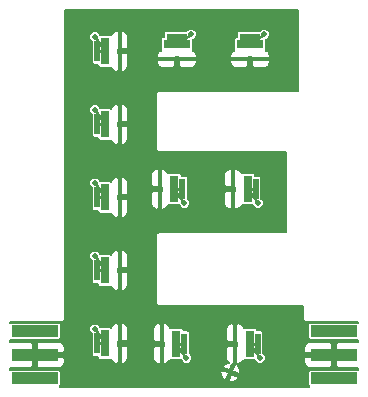
<source format=gtl>
G04 #@! TF.FileFunction,Copper,L1,Top,Signal*
%FSLAX46Y46*%
G04 Gerber Fmt 4.6, Leading zero omitted, Abs format (unit mm)*
G04 Created by KiCad (PCBNEW 4.0.0-rc2-stable) date 3/3/2016 3:43:28 PM*
%MOMM*%
G01*
G04 APERTURE LIST*
%ADD10C,0.150000*%
%ADD11R,1.800000X0.500000*%
%ADD12R,2.300000X0.320000*%
%ADD13R,2.300000X0.800000*%
%ADD14C,0.500000*%
%ADD15R,0.500000X1.800000*%
%ADD16R,0.320000X2.300000*%
%ADD17R,0.800000X2.300000*%
%ADD18R,4.000000X1.000000*%
%ADD19C,0.600000*%
%ADD20C,0.254000*%
%ADD21C,0.152400*%
G04 APERTURE END LIST*
D10*
D11*
X67258100Y-21250349D03*
D12*
X67258100Y-23150349D03*
D13*
X67258100Y-21900349D03*
D14*
X68458100Y-21050349D03*
D11*
X61074165Y-21250349D03*
D12*
X61074165Y-23150349D03*
D13*
X61074165Y-21900349D03*
D14*
X62274165Y-21050349D03*
D15*
X54323350Y-22485806D03*
D16*
X56223350Y-22485806D03*
D17*
X54973350Y-22485806D03*
D14*
X54123350Y-21285806D03*
D15*
X54323350Y-28670439D03*
D16*
X56223350Y-28670439D03*
D17*
X54973350Y-28670439D03*
D14*
X54123350Y-27470439D03*
D15*
X54323350Y-34855072D03*
D16*
X56223350Y-34855072D03*
D17*
X54973350Y-34855072D03*
D14*
X54123350Y-33655072D03*
D15*
X54323350Y-41039710D03*
D16*
X56223350Y-41039710D03*
D17*
X54973350Y-41039710D03*
D14*
X54123350Y-39839710D03*
D15*
X54323350Y-47224346D03*
D16*
X56223350Y-47224346D03*
D17*
X54973350Y-47224346D03*
D14*
X54123350Y-46024346D03*
D15*
X67730470Y-34150402D03*
D16*
X65830470Y-34150402D03*
D17*
X67080470Y-34150402D03*
D14*
X67930470Y-35350402D03*
D15*
X61510577Y-34150402D03*
D16*
X59610577Y-34150402D03*
D17*
X60860577Y-34150402D03*
D14*
X61710577Y-35350402D03*
D15*
X67896640Y-47261528D03*
D16*
X65996640Y-47261528D03*
D17*
X67246640Y-47261528D03*
D14*
X68096640Y-48461528D03*
D15*
X61677817Y-47261528D03*
D16*
X59777817Y-47261528D03*
D17*
X61027817Y-47261528D03*
D14*
X61877817Y-48461528D03*
D18*
X74383090Y-50192200D03*
X74383090Y-48192200D03*
X74383090Y-46192200D03*
D19*
X73383090Y-50192200D03*
X73383090Y-48192200D03*
X73383090Y-46192200D03*
D18*
X49020840Y-46192200D03*
X49020840Y-48192200D03*
X49020840Y-50192200D03*
D19*
X50020840Y-46192200D03*
X50020840Y-48192200D03*
X50020840Y-50192200D03*
D14*
X65602474Y-49661955D03*
D20*
X67260000Y-21250000D02*
X67260000Y-21900000D01*
X67260000Y-21250000D02*
X67260000Y-21900000D01*
X67260000Y-21250000D02*
X67260000Y-21900000D01*
X67260000Y-21250000D02*
X67260000Y-21900000D01*
X67260000Y-21250000D02*
X67260000Y-21900000D01*
X67260000Y-21250000D02*
X67260000Y-21900000D01*
X67260000Y-21250000D02*
X67260000Y-21900000D01*
X67260000Y-21250000D02*
X67260000Y-21900000D01*
X67260000Y-21250000D02*
X67260000Y-21900000D01*
X67260000Y-21900000D02*
X68460000Y-21050000D01*
X67260000Y-21900000D02*
X68460000Y-21050000D01*
X67260000Y-21900000D02*
X68460000Y-21050000D01*
X67260000Y-21900000D02*
X68460000Y-21050000D01*
X67260000Y-21900000D02*
X68460000Y-21050000D01*
X67260000Y-21900000D02*
X68460000Y-21050000D01*
X67260000Y-21900000D02*
X68460000Y-21050000D01*
X67260000Y-21900000D02*
X68460000Y-21050000D01*
X67260000Y-21900000D02*
X68460000Y-21050000D01*
X61070000Y-21250000D02*
X61070000Y-21900000D01*
X61070000Y-21250000D02*
X61070000Y-21900000D01*
X61070000Y-21250000D02*
X61070000Y-21900000D01*
X61070000Y-21250000D02*
X61070000Y-21900000D01*
X61070000Y-21250000D02*
X61070000Y-21900000D01*
X61070000Y-21250000D02*
X61070000Y-21900000D01*
X61070000Y-21250000D02*
X61070000Y-21900000D01*
X61070000Y-21250000D02*
X61070000Y-21900000D01*
X61070000Y-21250000D02*
X61070000Y-21900000D01*
X61070000Y-21900000D02*
X62270000Y-21050000D01*
X61070000Y-21900000D02*
X62270000Y-21050000D01*
X61070000Y-21900000D02*
X62270000Y-21050000D01*
X61070000Y-21900000D02*
X62270000Y-21050000D01*
X61070000Y-21900000D02*
X62270000Y-21050000D01*
X61070000Y-21900000D02*
X62270000Y-21050000D01*
X61070000Y-21900000D02*
X62270000Y-21050000D01*
X61070000Y-21900000D02*
X62270000Y-21050000D01*
X61070000Y-21900000D02*
X62270000Y-21050000D01*
X54320000Y-22490000D02*
X54970000Y-22490000D01*
X54320000Y-22490000D02*
X54970000Y-22490000D01*
X54320000Y-22490000D02*
X54970000Y-22490000D01*
X54320000Y-22490000D02*
X54970000Y-22490000D01*
X54320000Y-22490000D02*
X54970000Y-22490000D01*
X54320000Y-22490000D02*
X54970000Y-22490000D01*
X54320000Y-22490000D02*
X54970000Y-22490000D01*
X54320000Y-22490000D02*
X54970000Y-22490000D01*
X54320000Y-22490000D02*
X54970000Y-22490000D01*
X54970000Y-22490000D02*
X54120000Y-21290000D01*
X54970000Y-22490000D02*
X54120000Y-21290000D01*
X54970000Y-22490000D02*
X54120000Y-21290000D01*
X54970000Y-22490000D02*
X54120000Y-21290000D01*
X54970000Y-22490000D02*
X54120000Y-21290000D01*
X54970000Y-22490000D02*
X54120000Y-21290000D01*
X54970000Y-22490000D02*
X54120000Y-21290000D01*
X54970000Y-22490000D02*
X54120000Y-21290000D01*
X54970000Y-22490000D02*
X54120000Y-21290000D01*
X54320000Y-28670000D02*
X54970000Y-28670000D01*
X54320000Y-28670000D02*
X54970000Y-28670000D01*
X54320000Y-28670000D02*
X54970000Y-28670000D01*
X54320000Y-28670000D02*
X54970000Y-28670000D01*
X54320000Y-28670000D02*
X54970000Y-28670000D01*
X54320000Y-28670000D02*
X54970000Y-28670000D01*
X54320000Y-28670000D02*
X54970000Y-28670000D01*
X54320000Y-28670000D02*
X54970000Y-28670000D01*
X54320000Y-28670000D02*
X54970000Y-28670000D01*
X54970000Y-28670000D02*
X54120000Y-27470000D01*
X54970000Y-28670000D02*
X54120000Y-27470000D01*
X54970000Y-28670000D02*
X54120000Y-27470000D01*
X54970000Y-28670000D02*
X54120000Y-27470000D01*
X54970000Y-28670000D02*
X54120000Y-27470000D01*
X54970000Y-28670000D02*
X54120000Y-27470000D01*
X54970000Y-28670000D02*
X54120000Y-27470000D01*
X54970000Y-28670000D02*
X54120000Y-27470000D01*
X54970000Y-28670000D02*
X54120000Y-27470000D01*
X54320000Y-34860000D02*
X54970000Y-34860000D01*
X54320000Y-34860000D02*
X54970000Y-34860000D01*
X54320000Y-34860000D02*
X54970000Y-34860000D01*
X54320000Y-34860000D02*
X54970000Y-34860000D01*
X54320000Y-34860000D02*
X54970000Y-34860000D01*
X54320000Y-34860000D02*
X54970000Y-34860000D01*
X54320000Y-34860000D02*
X54970000Y-34860000D01*
X54320000Y-34860000D02*
X54970000Y-34860000D01*
X54320000Y-34860000D02*
X54970000Y-34860000D01*
X54970000Y-34860000D02*
X54120000Y-33660000D01*
X54970000Y-34860000D02*
X54120000Y-33660000D01*
X54970000Y-34860000D02*
X54120000Y-33660000D01*
X54970000Y-34860000D02*
X54120000Y-33660000D01*
X54970000Y-34860000D02*
X54120000Y-33660000D01*
X54970000Y-34860000D02*
X54120000Y-33660000D01*
X54970000Y-34860000D02*
X54120000Y-33660000D01*
X54970000Y-34860000D02*
X54120000Y-33660000D01*
X54970000Y-34860000D02*
X54120000Y-33660000D01*
X54320000Y-41040000D02*
X54970000Y-41040000D01*
X54320000Y-41040000D02*
X54970000Y-41040000D01*
X54320000Y-41040000D02*
X54970000Y-41040000D01*
X54320000Y-41040000D02*
X54970000Y-41040000D01*
X54320000Y-41040000D02*
X54970000Y-41040000D01*
X54320000Y-41040000D02*
X54970000Y-41040000D01*
X54320000Y-41040000D02*
X54970000Y-41040000D01*
X54320000Y-41040000D02*
X54970000Y-41040000D01*
X54320000Y-41040000D02*
X54970000Y-41040000D01*
X54970000Y-41040000D02*
X54120000Y-39840000D01*
X54970000Y-41040000D02*
X54120000Y-39840000D01*
X54970000Y-41040000D02*
X54120000Y-39840000D01*
X54970000Y-41040000D02*
X54120000Y-39840000D01*
X54970000Y-41040000D02*
X54120000Y-39840000D01*
X54970000Y-41040000D02*
X54120000Y-39840000D01*
X54970000Y-41040000D02*
X54120000Y-39840000D01*
X54970000Y-41040000D02*
X54120000Y-39840000D01*
X54970000Y-41040000D02*
X54120000Y-39840000D01*
X54320000Y-47220000D02*
X54970000Y-47220000D01*
X54320000Y-47220000D02*
X54970000Y-47220000D01*
X54320000Y-47220000D02*
X54970000Y-47220000D01*
X54320000Y-47220000D02*
X54970000Y-47220000D01*
X54320000Y-47220000D02*
X54970000Y-47220000D01*
X54320000Y-47220000D02*
X54970000Y-47220000D01*
X54320000Y-47220000D02*
X54970000Y-47220000D01*
X54320000Y-47220000D02*
X54970000Y-47220000D01*
X54320000Y-47220000D02*
X54970000Y-47220000D01*
X54970000Y-47220000D02*
X54120000Y-46020000D01*
X54970000Y-47220000D02*
X54120000Y-46020000D01*
X54970000Y-47220000D02*
X54120000Y-46020000D01*
X54970000Y-47220000D02*
X54120000Y-46020000D01*
X54970000Y-47220000D02*
X54120000Y-46020000D01*
X54970000Y-47220000D02*
X54120000Y-46020000D01*
X54970000Y-47220000D02*
X54120000Y-46020000D01*
X54970000Y-47220000D02*
X54120000Y-46020000D01*
X54970000Y-47220000D02*
X54120000Y-46020000D01*
X67730000Y-34150000D02*
X67080000Y-34150000D01*
X67730000Y-34150000D02*
X67080000Y-34150000D01*
X67730000Y-34150000D02*
X67080000Y-34150000D01*
X67730000Y-34150000D02*
X67080000Y-34150000D01*
X67730000Y-34150000D02*
X67080000Y-34150000D01*
X67730000Y-34150000D02*
X67080000Y-34150000D01*
X67730000Y-34150000D02*
X67080000Y-34150000D01*
X67730000Y-34150000D02*
X67080000Y-34150000D01*
X67730000Y-34150000D02*
X67080000Y-34150000D01*
X67080000Y-34150000D02*
X67930000Y-35350000D01*
X67080000Y-34150000D02*
X67930000Y-35350000D01*
X67080000Y-34150000D02*
X67930000Y-35350000D01*
X67080000Y-34150000D02*
X67930000Y-35350000D01*
X67080000Y-34150000D02*
X67930000Y-35350000D01*
X67080000Y-34150000D02*
X67930000Y-35350000D01*
X67080000Y-34150000D02*
X67930000Y-35350000D01*
X67080000Y-34150000D02*
X67930000Y-35350000D01*
X67080000Y-34150000D02*
X67930000Y-35350000D01*
X61510000Y-34150000D02*
X60860000Y-34150000D01*
X61510000Y-34150000D02*
X60860000Y-34150000D01*
X61510000Y-34150000D02*
X60860000Y-34150000D01*
X61510000Y-34150000D02*
X60860000Y-34150000D01*
X61510000Y-34150000D02*
X60860000Y-34150000D01*
X61510000Y-34150000D02*
X60860000Y-34150000D01*
X61510000Y-34150000D02*
X60860000Y-34150000D01*
X61510000Y-34150000D02*
X60860000Y-34150000D01*
X61510000Y-34150000D02*
X60860000Y-34150000D01*
X60860000Y-34150000D02*
X61710000Y-35350000D01*
X60860000Y-34150000D02*
X61710000Y-35350000D01*
X60860000Y-34150000D02*
X61710000Y-35350000D01*
X60860000Y-34150000D02*
X61710000Y-35350000D01*
X60860000Y-34150000D02*
X61710000Y-35350000D01*
X60860000Y-34150000D02*
X61710000Y-35350000D01*
X60860000Y-34150000D02*
X61710000Y-35350000D01*
X60860000Y-34150000D02*
X61710000Y-35350000D01*
X60860000Y-34150000D02*
X61710000Y-35350000D01*
X67900000Y-47260000D02*
X67250000Y-47260000D01*
X67900000Y-47260000D02*
X67250000Y-47260000D01*
X67900000Y-47260000D02*
X67250000Y-47260000D01*
X67900000Y-47260000D02*
X67250000Y-47260000D01*
X67900000Y-47260000D02*
X67250000Y-47260000D01*
X67900000Y-47260000D02*
X67250000Y-47260000D01*
X67900000Y-47260000D02*
X67250000Y-47260000D01*
X67900000Y-47260000D02*
X67250000Y-47260000D01*
X67900000Y-47260000D02*
X67250000Y-47260000D01*
X67250000Y-47260000D02*
X68100000Y-48460000D01*
X67250000Y-47260000D02*
X68100000Y-48460000D01*
X67250000Y-47260000D02*
X68100000Y-48460000D01*
X67250000Y-47260000D02*
X68100000Y-48460000D01*
X67250000Y-47260000D02*
X68100000Y-48460000D01*
X67250000Y-47260000D02*
X68100000Y-48460000D01*
X67250000Y-47260000D02*
X68100000Y-48460000D01*
X67250000Y-47260000D02*
X68100000Y-48460000D01*
X67250000Y-47260000D02*
X68100000Y-48460000D01*
X61680000Y-47260000D02*
X61030000Y-47260000D01*
X61680000Y-47260000D02*
X61030000Y-47260000D01*
X61680000Y-47260000D02*
X61030000Y-47260000D01*
X61680000Y-47260000D02*
X61030000Y-47260000D01*
X61680000Y-47260000D02*
X61030000Y-47260000D01*
X61680000Y-47260000D02*
X61030000Y-47260000D01*
X61680000Y-47260000D02*
X61030000Y-47260000D01*
X61680000Y-47260000D02*
X61030000Y-47260000D01*
X61680000Y-47260000D02*
X61030000Y-47260000D01*
X61030000Y-47260000D02*
X61880000Y-48460000D01*
X61030000Y-47260000D02*
X61880000Y-48460000D01*
X61030000Y-47260000D02*
X61880000Y-48460000D01*
X61030000Y-47260000D02*
X61880000Y-48460000D01*
X61030000Y-47260000D02*
X61880000Y-48460000D01*
X61030000Y-47260000D02*
X61880000Y-48460000D01*
X61030000Y-47260000D02*
X61880000Y-48460000D01*
X61030000Y-47260000D02*
X61880000Y-48460000D01*
X61030000Y-47260000D02*
X61880000Y-48460000D01*
D21*
G36*
X71301400Y-25861400D02*
X59580000Y-25861400D01*
X59473384Y-25882607D01*
X59383000Y-25943000D01*
X59322607Y-26033384D01*
X59301400Y-26140000D01*
X59301400Y-30720000D01*
X59322607Y-30826616D01*
X59383000Y-30917000D01*
X59473384Y-30977393D01*
X59580000Y-30998600D01*
X70331400Y-30998600D01*
X70331400Y-37811400D01*
X59580000Y-37811400D01*
X59473384Y-37832607D01*
X59383000Y-37893000D01*
X59322607Y-37983384D01*
X59301400Y-38090000D01*
X59301400Y-43790000D01*
X59322607Y-43896616D01*
X59383000Y-43987000D01*
X59473384Y-44047393D01*
X59580000Y-44068600D01*
X71721400Y-44068600D01*
X71721400Y-45150000D01*
X71742607Y-45256616D01*
X71803000Y-45347000D01*
X71893384Y-45407393D01*
X72000000Y-45428600D01*
X76421400Y-45428600D01*
X76421400Y-45466880D01*
X76383090Y-45459122D01*
X72383090Y-45459122D01*
X72298376Y-45475062D01*
X72220572Y-45525128D01*
X72168375Y-45601520D01*
X72150012Y-45692200D01*
X72150012Y-46692200D01*
X72165952Y-46776914D01*
X72216018Y-46854718D01*
X72292410Y-46906915D01*
X72383090Y-46925278D01*
X76383090Y-46925278D01*
X76421400Y-46918069D01*
X76421400Y-47108000D01*
X74706940Y-47108000D01*
X74560890Y-47254050D01*
X74560890Y-48014400D01*
X74580890Y-48014400D01*
X74580890Y-48370000D01*
X74560890Y-48370000D01*
X74560890Y-49130350D01*
X74706940Y-49276400D01*
X76421400Y-49276400D01*
X76421400Y-49466880D01*
X76383090Y-49459122D01*
X72383090Y-49459122D01*
X72298376Y-49475062D01*
X72220572Y-49525128D01*
X72168375Y-49601520D01*
X72150012Y-49692200D01*
X72150012Y-50692200D01*
X72165952Y-50776914D01*
X72216018Y-50854718D01*
X72240433Y-50871400D01*
X72000000Y-50871400D01*
X71949726Y-50881400D01*
X51380274Y-50881400D01*
X51330000Y-50871400D01*
X51164511Y-50871400D01*
X51183358Y-50859272D01*
X51235555Y-50782880D01*
X51253918Y-50692200D01*
X51253918Y-50351611D01*
X65458652Y-50351611D01*
X65535017Y-50509820D01*
X65864616Y-50471095D01*
X66154306Y-50309185D01*
X66259236Y-50202407D01*
X66198479Y-50037573D01*
X65671546Y-49824679D01*
X65458652Y-50351611D01*
X51253918Y-50351611D01*
X51253918Y-49692200D01*
X51237978Y-49607486D01*
X51229621Y-49594498D01*
X64754609Y-49594498D01*
X64793334Y-49924097D01*
X64955244Y-50213787D01*
X65062022Y-50318717D01*
X65226856Y-50257960D01*
X65439750Y-49731027D01*
X65097832Y-49592883D01*
X65765198Y-49592883D01*
X66292130Y-49805777D01*
X66450339Y-49729412D01*
X66411614Y-49399813D01*
X66249704Y-49110123D01*
X66142926Y-49005193D01*
X65978092Y-49065950D01*
X65765198Y-49592883D01*
X65097832Y-49592883D01*
X64912818Y-49518133D01*
X64754609Y-49594498D01*
X51229621Y-49594498D01*
X51187912Y-49529682D01*
X51111520Y-49477485D01*
X51020840Y-49459122D01*
X47020840Y-49459122D01*
X46936126Y-49475062D01*
X46908600Y-49492775D01*
X46908600Y-49276400D01*
X48696990Y-49276400D01*
X48843040Y-49130350D01*
X48843040Y-48370000D01*
X48823040Y-48370000D01*
X48823040Y-48130533D01*
X49121428Y-48130533D01*
X49166293Y-48479417D01*
X49198640Y-48557510D01*
X49198640Y-49130350D01*
X49344690Y-49276400D01*
X51137044Y-49276400D01*
X51351762Y-49187461D01*
X51417720Y-49121503D01*
X64945712Y-49121503D01*
X65006469Y-49286337D01*
X65533402Y-49499231D01*
X65736830Y-48995728D01*
X65770590Y-48995728D01*
X65916640Y-48849678D01*
X65916640Y-47439328D01*
X65398490Y-47439328D01*
X65252440Y-47585378D01*
X65252440Y-48527732D01*
X65341379Y-48742450D01*
X65440030Y-48841101D01*
X65340332Y-48852815D01*
X65050642Y-49014725D01*
X64945712Y-49121503D01*
X51417720Y-49121503D01*
X51516101Y-49023123D01*
X51605040Y-48808405D01*
X51605040Y-48516050D01*
X51458990Y-48370000D01*
X50888760Y-48370000D01*
X50920252Y-48253867D01*
X50889458Y-48014400D01*
X51458990Y-48014400D01*
X51605040Y-47868350D01*
X51605040Y-47575995D01*
X51516101Y-47361277D01*
X51351762Y-47196939D01*
X51137044Y-47108000D01*
X49344690Y-47108000D01*
X49198640Y-47254050D01*
X49198640Y-47845802D01*
X49121428Y-48130533D01*
X48823040Y-48130533D01*
X48823040Y-48014400D01*
X48843040Y-48014400D01*
X48843040Y-47254050D01*
X48696990Y-47108000D01*
X46908600Y-47108000D01*
X46908600Y-46892184D01*
X46930160Y-46906915D01*
X47020840Y-46925278D01*
X51020840Y-46925278D01*
X51105554Y-46909338D01*
X51183358Y-46859272D01*
X51235555Y-46782880D01*
X51253918Y-46692200D01*
X51253918Y-46119128D01*
X53644667Y-46119128D01*
X53717376Y-46295097D01*
X53840272Y-46418207D01*
X53840272Y-48124346D01*
X53856212Y-48209060D01*
X53906278Y-48286864D01*
X53982670Y-48339061D01*
X54073350Y-48357424D01*
X54340272Y-48357424D01*
X54340272Y-48374346D01*
X54356212Y-48459060D01*
X54406278Y-48536864D01*
X54482670Y-48589061D01*
X54573350Y-48607424D01*
X55373350Y-48607424D01*
X55458064Y-48591484D01*
X55507722Y-48559529D01*
X55568089Y-48705268D01*
X55732427Y-48869607D01*
X55947145Y-48958546D01*
X55997300Y-48958546D01*
X56143350Y-48812496D01*
X56143350Y-47402146D01*
X56303350Y-47402146D01*
X56303350Y-48812496D01*
X56449400Y-48958546D01*
X56499555Y-48958546D01*
X56714273Y-48869607D01*
X56878611Y-48705268D01*
X56967550Y-48490550D01*
X56967550Y-47585378D01*
X59033617Y-47585378D01*
X59033617Y-48527732D01*
X59122556Y-48742450D01*
X59286894Y-48906789D01*
X59501612Y-48995728D01*
X59551767Y-48995728D01*
X59697817Y-48849678D01*
X59697817Y-47439328D01*
X59179667Y-47439328D01*
X59033617Y-47585378D01*
X56967550Y-47585378D01*
X56967550Y-47548196D01*
X56821500Y-47402146D01*
X56303350Y-47402146D01*
X56143350Y-47402146D01*
X56063350Y-47402146D01*
X56063350Y-47046546D01*
X56143350Y-47046546D01*
X56143350Y-45636196D01*
X56303350Y-45636196D01*
X56303350Y-47046546D01*
X56821500Y-47046546D01*
X56967550Y-46900496D01*
X56967550Y-45995324D01*
X59033617Y-45995324D01*
X59033617Y-46937678D01*
X59179667Y-47083728D01*
X59697817Y-47083728D01*
X59697817Y-45673378D01*
X59857817Y-45673378D01*
X59857817Y-47083728D01*
X59937817Y-47083728D01*
X59937817Y-47439328D01*
X59857817Y-47439328D01*
X59857817Y-48849678D01*
X60003867Y-48995728D01*
X60054022Y-48995728D01*
X60268740Y-48906789D01*
X60433078Y-48742450D01*
X60493549Y-48596460D01*
X60537137Y-48626243D01*
X60627817Y-48644606D01*
X61427817Y-48644606D01*
X61435055Y-48643244D01*
X61471843Y-48732279D01*
X61606358Y-48867028D01*
X61782200Y-48940044D01*
X61972599Y-48940211D01*
X62148568Y-48867502D01*
X62283317Y-48732987D01*
X62356333Y-48557145D01*
X62356500Y-48366746D01*
X62283791Y-48190777D01*
X62160895Y-48067667D01*
X62160895Y-46361528D01*
X62144955Y-46276814D01*
X62094889Y-46199010D01*
X62018497Y-46146813D01*
X61927817Y-46128450D01*
X61660895Y-46128450D01*
X61660895Y-46111528D01*
X61644955Y-46026814D01*
X61624692Y-45995324D01*
X65252440Y-45995324D01*
X65252440Y-46937678D01*
X65398490Y-47083728D01*
X65916640Y-47083728D01*
X65916640Y-45673378D01*
X66076640Y-45673378D01*
X66076640Y-47083728D01*
X66156640Y-47083728D01*
X66156640Y-47439328D01*
X66076640Y-47439328D01*
X66076640Y-48849678D01*
X66222690Y-48995728D01*
X66272845Y-48995728D01*
X66487563Y-48906789D01*
X66651901Y-48742450D01*
X66712372Y-48596460D01*
X66755960Y-48626243D01*
X66846640Y-48644606D01*
X67646640Y-48644606D01*
X67653878Y-48643244D01*
X67690666Y-48732279D01*
X67825181Y-48867028D01*
X68001023Y-48940044D01*
X68191422Y-48940211D01*
X68367391Y-48867502D01*
X68502140Y-48732987D01*
X68575156Y-48557145D01*
X68575323Y-48366746D01*
X68502614Y-48190777D01*
X68379718Y-48067667D01*
X68379718Y-47575995D01*
X71798890Y-47575995D01*
X71798890Y-47868350D01*
X71944940Y-48014400D01*
X72515170Y-48014400D01*
X72483678Y-48130533D01*
X72514472Y-48370000D01*
X71944940Y-48370000D01*
X71798890Y-48516050D01*
X71798890Y-48808405D01*
X71887829Y-49023123D01*
X72052168Y-49187461D01*
X72266886Y-49276400D01*
X74059240Y-49276400D01*
X74205290Y-49130350D01*
X74205290Y-48538598D01*
X74282502Y-48253867D01*
X74237637Y-47904983D01*
X74205290Y-47826890D01*
X74205290Y-47254050D01*
X74059240Y-47108000D01*
X72266886Y-47108000D01*
X72052168Y-47196939D01*
X71887829Y-47361277D01*
X71798890Y-47575995D01*
X68379718Y-47575995D01*
X68379718Y-46361528D01*
X68363778Y-46276814D01*
X68313712Y-46199010D01*
X68237320Y-46146813D01*
X68146640Y-46128450D01*
X67879718Y-46128450D01*
X67879718Y-46111528D01*
X67863778Y-46026814D01*
X67813712Y-45949010D01*
X67737320Y-45896813D01*
X67646640Y-45878450D01*
X66846640Y-45878450D01*
X66761926Y-45894390D01*
X66712268Y-45926345D01*
X66651901Y-45780606D01*
X66487563Y-45616267D01*
X66272845Y-45527328D01*
X66222690Y-45527328D01*
X66076640Y-45673378D01*
X65916640Y-45673378D01*
X65770590Y-45527328D01*
X65720435Y-45527328D01*
X65505717Y-45616267D01*
X65341379Y-45780606D01*
X65252440Y-45995324D01*
X61624692Y-45995324D01*
X61594889Y-45949010D01*
X61518497Y-45896813D01*
X61427817Y-45878450D01*
X60627817Y-45878450D01*
X60543103Y-45894390D01*
X60493445Y-45926345D01*
X60433078Y-45780606D01*
X60268740Y-45616267D01*
X60054022Y-45527328D01*
X60003867Y-45527328D01*
X59857817Y-45673378D01*
X59697817Y-45673378D01*
X59551767Y-45527328D01*
X59501612Y-45527328D01*
X59286894Y-45616267D01*
X59122556Y-45780606D01*
X59033617Y-45995324D01*
X56967550Y-45995324D01*
X56967550Y-45958142D01*
X56878611Y-45743424D01*
X56714273Y-45579085D01*
X56499555Y-45490146D01*
X56449400Y-45490146D01*
X56303350Y-45636196D01*
X56143350Y-45636196D01*
X55997300Y-45490146D01*
X55947145Y-45490146D01*
X55732427Y-45579085D01*
X55568089Y-45743424D01*
X55507618Y-45889414D01*
X55464030Y-45859631D01*
X55373350Y-45841268D01*
X54573350Y-45841268D01*
X54566112Y-45842630D01*
X54529324Y-45753595D01*
X54394809Y-45618846D01*
X54218967Y-45545830D01*
X54028568Y-45545663D01*
X53852599Y-45618372D01*
X53717850Y-45752887D01*
X53644834Y-45928729D01*
X53644667Y-46119128D01*
X51253918Y-46119128D01*
X51253918Y-45692200D01*
X51237978Y-45607486D01*
X51187912Y-45529682D01*
X51111520Y-45477485D01*
X51020840Y-45459122D01*
X47020840Y-45459122D01*
X46936126Y-45475062D01*
X46908600Y-45492775D01*
X46908600Y-45428600D01*
X51330000Y-45428600D01*
X51436616Y-45407393D01*
X51527000Y-45347000D01*
X51587393Y-45256616D01*
X51608600Y-45150000D01*
X51608600Y-39934492D01*
X53644667Y-39934492D01*
X53717376Y-40110461D01*
X53840272Y-40233571D01*
X53840272Y-41939710D01*
X53856212Y-42024424D01*
X53906278Y-42102228D01*
X53982670Y-42154425D01*
X54073350Y-42172788D01*
X54340272Y-42172788D01*
X54340272Y-42189710D01*
X54356212Y-42274424D01*
X54406278Y-42352228D01*
X54482670Y-42404425D01*
X54573350Y-42422788D01*
X55373350Y-42422788D01*
X55458064Y-42406848D01*
X55507722Y-42374893D01*
X55568089Y-42520632D01*
X55732427Y-42684971D01*
X55947145Y-42773910D01*
X55997300Y-42773910D01*
X56143350Y-42627860D01*
X56143350Y-41217510D01*
X56303350Y-41217510D01*
X56303350Y-42627860D01*
X56449400Y-42773910D01*
X56499555Y-42773910D01*
X56714273Y-42684971D01*
X56878611Y-42520632D01*
X56967550Y-42305914D01*
X56967550Y-41363560D01*
X56821500Y-41217510D01*
X56303350Y-41217510D01*
X56143350Y-41217510D01*
X56063350Y-41217510D01*
X56063350Y-40861910D01*
X56143350Y-40861910D01*
X56143350Y-39451560D01*
X56303350Y-39451560D01*
X56303350Y-40861910D01*
X56821500Y-40861910D01*
X56967550Y-40715860D01*
X56967550Y-39773506D01*
X56878611Y-39558788D01*
X56714273Y-39394449D01*
X56499555Y-39305510D01*
X56449400Y-39305510D01*
X56303350Y-39451560D01*
X56143350Y-39451560D01*
X55997300Y-39305510D01*
X55947145Y-39305510D01*
X55732427Y-39394449D01*
X55568089Y-39558788D01*
X55507618Y-39704778D01*
X55464030Y-39674995D01*
X55373350Y-39656632D01*
X54573350Y-39656632D01*
X54566112Y-39657994D01*
X54529324Y-39568959D01*
X54394809Y-39434210D01*
X54218967Y-39361194D01*
X54028568Y-39361027D01*
X53852599Y-39433736D01*
X53717850Y-39568251D01*
X53644834Y-39744093D01*
X53644667Y-39934492D01*
X51608600Y-39934492D01*
X51608600Y-33749854D01*
X53644667Y-33749854D01*
X53717376Y-33925823D01*
X53840272Y-34048933D01*
X53840272Y-35755072D01*
X53856212Y-35839786D01*
X53906278Y-35917590D01*
X53982670Y-35969787D01*
X54073350Y-35988150D01*
X54340272Y-35988150D01*
X54340272Y-36005072D01*
X54356212Y-36089786D01*
X54406278Y-36167590D01*
X54482670Y-36219787D01*
X54573350Y-36238150D01*
X55373350Y-36238150D01*
X55458064Y-36222210D01*
X55507722Y-36190255D01*
X55568089Y-36335994D01*
X55732427Y-36500333D01*
X55947145Y-36589272D01*
X55997300Y-36589272D01*
X56143350Y-36443222D01*
X56143350Y-35032872D01*
X56303350Y-35032872D01*
X56303350Y-36443222D01*
X56449400Y-36589272D01*
X56499555Y-36589272D01*
X56714273Y-36500333D01*
X56878611Y-36335994D01*
X56967550Y-36121276D01*
X56967550Y-35178922D01*
X56821500Y-35032872D01*
X56303350Y-35032872D01*
X56143350Y-35032872D01*
X56063350Y-35032872D01*
X56063350Y-34677272D01*
X56143350Y-34677272D01*
X56143350Y-33266922D01*
X56303350Y-33266922D01*
X56303350Y-34677272D01*
X56821500Y-34677272D01*
X56967550Y-34531222D01*
X56967550Y-34474252D01*
X58866377Y-34474252D01*
X58866377Y-35416606D01*
X58955316Y-35631324D01*
X59119654Y-35795663D01*
X59334372Y-35884602D01*
X59384527Y-35884602D01*
X59530577Y-35738552D01*
X59530577Y-34328202D01*
X59012427Y-34328202D01*
X58866377Y-34474252D01*
X56967550Y-34474252D01*
X56967550Y-33588868D01*
X56878611Y-33374150D01*
X56714273Y-33209811D01*
X56499555Y-33120872D01*
X56449400Y-33120872D01*
X56303350Y-33266922D01*
X56143350Y-33266922D01*
X55997300Y-33120872D01*
X55947145Y-33120872D01*
X55732427Y-33209811D01*
X55568089Y-33374150D01*
X55507618Y-33520140D01*
X55464030Y-33490357D01*
X55373350Y-33471994D01*
X54573350Y-33471994D01*
X54566112Y-33473356D01*
X54529324Y-33384321D01*
X54394809Y-33249572D01*
X54218967Y-33176556D01*
X54028568Y-33176389D01*
X53852599Y-33249098D01*
X53717850Y-33383613D01*
X53644834Y-33559455D01*
X53644667Y-33749854D01*
X51608600Y-33749854D01*
X51608600Y-32884198D01*
X58866377Y-32884198D01*
X58866377Y-33826552D01*
X59012427Y-33972602D01*
X59530577Y-33972602D01*
X59530577Y-32562252D01*
X59690577Y-32562252D01*
X59690577Y-33972602D01*
X59770577Y-33972602D01*
X59770577Y-34328202D01*
X59690577Y-34328202D01*
X59690577Y-35738552D01*
X59836627Y-35884602D01*
X59886782Y-35884602D01*
X60101500Y-35795663D01*
X60265838Y-35631324D01*
X60326309Y-35485334D01*
X60369897Y-35515117D01*
X60460577Y-35533480D01*
X61260577Y-35533480D01*
X61267815Y-35532118D01*
X61304603Y-35621153D01*
X61439118Y-35755902D01*
X61614960Y-35828918D01*
X61805359Y-35829085D01*
X61981328Y-35756376D01*
X62116077Y-35621861D01*
X62189093Y-35446019D01*
X62189260Y-35255620D01*
X62116551Y-35079651D01*
X61993655Y-34956541D01*
X61993655Y-34474252D01*
X65086270Y-34474252D01*
X65086270Y-35416606D01*
X65175209Y-35631324D01*
X65339547Y-35795663D01*
X65554265Y-35884602D01*
X65604420Y-35884602D01*
X65750470Y-35738552D01*
X65750470Y-34328202D01*
X65232320Y-34328202D01*
X65086270Y-34474252D01*
X61993655Y-34474252D01*
X61993655Y-33250402D01*
X61977715Y-33165688D01*
X61927649Y-33087884D01*
X61851257Y-33035687D01*
X61760577Y-33017324D01*
X61493655Y-33017324D01*
X61493655Y-33000402D01*
X61477715Y-32915688D01*
X61457452Y-32884198D01*
X65086270Y-32884198D01*
X65086270Y-33826552D01*
X65232320Y-33972602D01*
X65750470Y-33972602D01*
X65750470Y-32562252D01*
X65910470Y-32562252D01*
X65910470Y-33972602D01*
X65990470Y-33972602D01*
X65990470Y-34328202D01*
X65910470Y-34328202D01*
X65910470Y-35738552D01*
X66056520Y-35884602D01*
X66106675Y-35884602D01*
X66321393Y-35795663D01*
X66485731Y-35631324D01*
X66546202Y-35485334D01*
X66589790Y-35515117D01*
X66680470Y-35533480D01*
X67480470Y-35533480D01*
X67487708Y-35532118D01*
X67524496Y-35621153D01*
X67659011Y-35755902D01*
X67834853Y-35828918D01*
X68025252Y-35829085D01*
X68201221Y-35756376D01*
X68335970Y-35621861D01*
X68408986Y-35446019D01*
X68409153Y-35255620D01*
X68336444Y-35079651D01*
X68213548Y-34956541D01*
X68213548Y-33250402D01*
X68197608Y-33165688D01*
X68147542Y-33087884D01*
X68071150Y-33035687D01*
X67980470Y-33017324D01*
X67713548Y-33017324D01*
X67713548Y-33000402D01*
X67697608Y-32915688D01*
X67647542Y-32837884D01*
X67571150Y-32785687D01*
X67480470Y-32767324D01*
X66680470Y-32767324D01*
X66595756Y-32783264D01*
X66546098Y-32815219D01*
X66485731Y-32669480D01*
X66321393Y-32505141D01*
X66106675Y-32416202D01*
X66056520Y-32416202D01*
X65910470Y-32562252D01*
X65750470Y-32562252D01*
X65604420Y-32416202D01*
X65554265Y-32416202D01*
X65339547Y-32505141D01*
X65175209Y-32669480D01*
X65086270Y-32884198D01*
X61457452Y-32884198D01*
X61427649Y-32837884D01*
X61351257Y-32785687D01*
X61260577Y-32767324D01*
X60460577Y-32767324D01*
X60375863Y-32783264D01*
X60326205Y-32815219D01*
X60265838Y-32669480D01*
X60101500Y-32505141D01*
X59886782Y-32416202D01*
X59836627Y-32416202D01*
X59690577Y-32562252D01*
X59530577Y-32562252D01*
X59384527Y-32416202D01*
X59334372Y-32416202D01*
X59119654Y-32505141D01*
X58955316Y-32669480D01*
X58866377Y-32884198D01*
X51608600Y-32884198D01*
X51608600Y-27565221D01*
X53644667Y-27565221D01*
X53717376Y-27741190D01*
X53840272Y-27864300D01*
X53840272Y-29570439D01*
X53856212Y-29655153D01*
X53906278Y-29732957D01*
X53982670Y-29785154D01*
X54073350Y-29803517D01*
X54340272Y-29803517D01*
X54340272Y-29820439D01*
X54356212Y-29905153D01*
X54406278Y-29982957D01*
X54482670Y-30035154D01*
X54573350Y-30053517D01*
X55373350Y-30053517D01*
X55458064Y-30037577D01*
X55507722Y-30005622D01*
X55568089Y-30151361D01*
X55732427Y-30315700D01*
X55947145Y-30404639D01*
X55997300Y-30404639D01*
X56143350Y-30258589D01*
X56143350Y-28848239D01*
X56303350Y-28848239D01*
X56303350Y-30258589D01*
X56449400Y-30404639D01*
X56499555Y-30404639D01*
X56714273Y-30315700D01*
X56878611Y-30151361D01*
X56967550Y-29936643D01*
X56967550Y-28994289D01*
X56821500Y-28848239D01*
X56303350Y-28848239D01*
X56143350Y-28848239D01*
X56063350Y-28848239D01*
X56063350Y-28492639D01*
X56143350Y-28492639D01*
X56143350Y-27082289D01*
X56303350Y-27082289D01*
X56303350Y-28492639D01*
X56821500Y-28492639D01*
X56967550Y-28346589D01*
X56967550Y-27404235D01*
X56878611Y-27189517D01*
X56714273Y-27025178D01*
X56499555Y-26936239D01*
X56449400Y-26936239D01*
X56303350Y-27082289D01*
X56143350Y-27082289D01*
X55997300Y-26936239D01*
X55947145Y-26936239D01*
X55732427Y-27025178D01*
X55568089Y-27189517D01*
X55507618Y-27335507D01*
X55464030Y-27305724D01*
X55373350Y-27287361D01*
X54573350Y-27287361D01*
X54566112Y-27288723D01*
X54529324Y-27199688D01*
X54394809Y-27064939D01*
X54218967Y-26991923D01*
X54028568Y-26991756D01*
X53852599Y-27064465D01*
X53717850Y-27198980D01*
X53644834Y-27374822D01*
X53644667Y-27565221D01*
X51608600Y-27565221D01*
X51608600Y-21380588D01*
X53644667Y-21380588D01*
X53717376Y-21556557D01*
X53840272Y-21679667D01*
X53840272Y-23385806D01*
X53856212Y-23470520D01*
X53906278Y-23548324D01*
X53982670Y-23600521D01*
X54073350Y-23618884D01*
X54340272Y-23618884D01*
X54340272Y-23635806D01*
X54356212Y-23720520D01*
X54406278Y-23798324D01*
X54482670Y-23850521D01*
X54573350Y-23868884D01*
X55373350Y-23868884D01*
X55458064Y-23852944D01*
X55507722Y-23820989D01*
X55568089Y-23966728D01*
X55732427Y-24131067D01*
X55947145Y-24220006D01*
X55997300Y-24220006D01*
X56143350Y-24073956D01*
X56143350Y-22663606D01*
X56303350Y-22663606D01*
X56303350Y-24073956D01*
X56449400Y-24220006D01*
X56499555Y-24220006D01*
X56714273Y-24131067D01*
X56878611Y-23966728D01*
X56967550Y-23752010D01*
X56967550Y-23376399D01*
X59339965Y-23376399D01*
X59339965Y-23426554D01*
X59428904Y-23641272D01*
X59593243Y-23805610D01*
X59807961Y-23894549D01*
X60750315Y-23894549D01*
X60896365Y-23748499D01*
X60896365Y-23230349D01*
X61251965Y-23230349D01*
X61251965Y-23748499D01*
X61398015Y-23894549D01*
X62340369Y-23894549D01*
X62555087Y-23805610D01*
X62719426Y-23641272D01*
X62808365Y-23426554D01*
X62808365Y-23376399D01*
X65523900Y-23376399D01*
X65523900Y-23426554D01*
X65612839Y-23641272D01*
X65777178Y-23805610D01*
X65991896Y-23894549D01*
X66934250Y-23894549D01*
X67080300Y-23748499D01*
X67080300Y-23230349D01*
X67435900Y-23230349D01*
X67435900Y-23748499D01*
X67581950Y-23894549D01*
X68524304Y-23894549D01*
X68739022Y-23805610D01*
X68903361Y-23641272D01*
X68992300Y-23426554D01*
X68992300Y-23376399D01*
X68846250Y-23230349D01*
X67435900Y-23230349D01*
X67080300Y-23230349D01*
X65669950Y-23230349D01*
X65523900Y-23376399D01*
X62808365Y-23376399D01*
X62662315Y-23230349D01*
X61251965Y-23230349D01*
X60896365Y-23230349D01*
X59486015Y-23230349D01*
X59339965Y-23376399D01*
X56967550Y-23376399D01*
X56967550Y-22874144D01*
X59339965Y-22874144D01*
X59339965Y-22924299D01*
X59486015Y-23070349D01*
X60896365Y-23070349D01*
X60896365Y-22990349D01*
X61251965Y-22990349D01*
X61251965Y-23070349D01*
X62662315Y-23070349D01*
X62808365Y-22924299D01*
X62808365Y-22874144D01*
X65523900Y-22874144D01*
X65523900Y-22924299D01*
X65669950Y-23070349D01*
X67080300Y-23070349D01*
X67080300Y-22990349D01*
X67435900Y-22990349D01*
X67435900Y-23070349D01*
X68846250Y-23070349D01*
X68992300Y-22924299D01*
X68992300Y-22874144D01*
X68903361Y-22659426D01*
X68739022Y-22495088D01*
X68593032Y-22434617D01*
X68622815Y-22391029D01*
X68641178Y-22300349D01*
X68641178Y-21500349D01*
X68639816Y-21493111D01*
X68728851Y-21456323D01*
X68863600Y-21321808D01*
X68936616Y-21145966D01*
X68936783Y-20955567D01*
X68864074Y-20779598D01*
X68729559Y-20644849D01*
X68553717Y-20571833D01*
X68363318Y-20571666D01*
X68187349Y-20644375D01*
X68064239Y-20767271D01*
X66358100Y-20767271D01*
X66273386Y-20783211D01*
X66195582Y-20833277D01*
X66143385Y-20909669D01*
X66125022Y-21000349D01*
X66125022Y-21267271D01*
X66108100Y-21267271D01*
X66023386Y-21283211D01*
X65945582Y-21333277D01*
X65893385Y-21409669D01*
X65875022Y-21500349D01*
X65875022Y-22300349D01*
X65890962Y-22385063D01*
X65922917Y-22434721D01*
X65777178Y-22495088D01*
X65612839Y-22659426D01*
X65523900Y-22874144D01*
X62808365Y-22874144D01*
X62719426Y-22659426D01*
X62555087Y-22495088D01*
X62409097Y-22434617D01*
X62438880Y-22391029D01*
X62457243Y-22300349D01*
X62457243Y-21500349D01*
X62455881Y-21493111D01*
X62544916Y-21456323D01*
X62679665Y-21321808D01*
X62752681Y-21145966D01*
X62752848Y-20955567D01*
X62680139Y-20779598D01*
X62545624Y-20644849D01*
X62369782Y-20571833D01*
X62179383Y-20571666D01*
X62003414Y-20644375D01*
X61880304Y-20767271D01*
X60174165Y-20767271D01*
X60089451Y-20783211D01*
X60011647Y-20833277D01*
X59959450Y-20909669D01*
X59941087Y-21000349D01*
X59941087Y-21267271D01*
X59924165Y-21267271D01*
X59839451Y-21283211D01*
X59761647Y-21333277D01*
X59709450Y-21409669D01*
X59691087Y-21500349D01*
X59691087Y-22300349D01*
X59707027Y-22385063D01*
X59738982Y-22434721D01*
X59593243Y-22495088D01*
X59428904Y-22659426D01*
X59339965Y-22874144D01*
X56967550Y-22874144D01*
X56967550Y-22809656D01*
X56821500Y-22663606D01*
X56303350Y-22663606D01*
X56143350Y-22663606D01*
X56063350Y-22663606D01*
X56063350Y-22308006D01*
X56143350Y-22308006D01*
X56143350Y-20897656D01*
X56303350Y-20897656D01*
X56303350Y-22308006D01*
X56821500Y-22308006D01*
X56967550Y-22161956D01*
X56967550Y-21219602D01*
X56878611Y-21004884D01*
X56714273Y-20840545D01*
X56499555Y-20751606D01*
X56449400Y-20751606D01*
X56303350Y-20897656D01*
X56143350Y-20897656D01*
X55997300Y-20751606D01*
X55947145Y-20751606D01*
X55732427Y-20840545D01*
X55568089Y-21004884D01*
X55507618Y-21150874D01*
X55464030Y-21121091D01*
X55373350Y-21102728D01*
X54573350Y-21102728D01*
X54566112Y-21104090D01*
X54529324Y-21015055D01*
X54394809Y-20880306D01*
X54218967Y-20807290D01*
X54028568Y-20807123D01*
X53852599Y-20879832D01*
X53717850Y-21014347D01*
X53644834Y-21190189D01*
X53644667Y-21380588D01*
X51608600Y-21380588D01*
X51608600Y-18998600D01*
X71301400Y-18998600D01*
X71301400Y-25861400D01*
X71301400Y-25861400D01*
G37*
X71301400Y-25861400D02*
X59580000Y-25861400D01*
X59473384Y-25882607D01*
X59383000Y-25943000D01*
X59322607Y-26033384D01*
X59301400Y-26140000D01*
X59301400Y-30720000D01*
X59322607Y-30826616D01*
X59383000Y-30917000D01*
X59473384Y-30977393D01*
X59580000Y-30998600D01*
X70331400Y-30998600D01*
X70331400Y-37811400D01*
X59580000Y-37811400D01*
X59473384Y-37832607D01*
X59383000Y-37893000D01*
X59322607Y-37983384D01*
X59301400Y-38090000D01*
X59301400Y-43790000D01*
X59322607Y-43896616D01*
X59383000Y-43987000D01*
X59473384Y-44047393D01*
X59580000Y-44068600D01*
X71721400Y-44068600D01*
X71721400Y-45150000D01*
X71742607Y-45256616D01*
X71803000Y-45347000D01*
X71893384Y-45407393D01*
X72000000Y-45428600D01*
X76421400Y-45428600D01*
X76421400Y-45466880D01*
X76383090Y-45459122D01*
X72383090Y-45459122D01*
X72298376Y-45475062D01*
X72220572Y-45525128D01*
X72168375Y-45601520D01*
X72150012Y-45692200D01*
X72150012Y-46692200D01*
X72165952Y-46776914D01*
X72216018Y-46854718D01*
X72292410Y-46906915D01*
X72383090Y-46925278D01*
X76383090Y-46925278D01*
X76421400Y-46918069D01*
X76421400Y-47108000D01*
X74706940Y-47108000D01*
X74560890Y-47254050D01*
X74560890Y-48014400D01*
X74580890Y-48014400D01*
X74580890Y-48370000D01*
X74560890Y-48370000D01*
X74560890Y-49130350D01*
X74706940Y-49276400D01*
X76421400Y-49276400D01*
X76421400Y-49466880D01*
X76383090Y-49459122D01*
X72383090Y-49459122D01*
X72298376Y-49475062D01*
X72220572Y-49525128D01*
X72168375Y-49601520D01*
X72150012Y-49692200D01*
X72150012Y-50692200D01*
X72165952Y-50776914D01*
X72216018Y-50854718D01*
X72240433Y-50871400D01*
X72000000Y-50871400D01*
X71949726Y-50881400D01*
X51380274Y-50881400D01*
X51330000Y-50871400D01*
X51164511Y-50871400D01*
X51183358Y-50859272D01*
X51235555Y-50782880D01*
X51253918Y-50692200D01*
X51253918Y-50351611D01*
X65458652Y-50351611D01*
X65535017Y-50509820D01*
X65864616Y-50471095D01*
X66154306Y-50309185D01*
X66259236Y-50202407D01*
X66198479Y-50037573D01*
X65671546Y-49824679D01*
X65458652Y-50351611D01*
X51253918Y-50351611D01*
X51253918Y-49692200D01*
X51237978Y-49607486D01*
X51229621Y-49594498D01*
X64754609Y-49594498D01*
X64793334Y-49924097D01*
X64955244Y-50213787D01*
X65062022Y-50318717D01*
X65226856Y-50257960D01*
X65439750Y-49731027D01*
X65097832Y-49592883D01*
X65765198Y-49592883D01*
X66292130Y-49805777D01*
X66450339Y-49729412D01*
X66411614Y-49399813D01*
X66249704Y-49110123D01*
X66142926Y-49005193D01*
X65978092Y-49065950D01*
X65765198Y-49592883D01*
X65097832Y-49592883D01*
X64912818Y-49518133D01*
X64754609Y-49594498D01*
X51229621Y-49594498D01*
X51187912Y-49529682D01*
X51111520Y-49477485D01*
X51020840Y-49459122D01*
X47020840Y-49459122D01*
X46936126Y-49475062D01*
X46908600Y-49492775D01*
X46908600Y-49276400D01*
X48696990Y-49276400D01*
X48843040Y-49130350D01*
X48843040Y-48370000D01*
X48823040Y-48370000D01*
X48823040Y-48130533D01*
X49121428Y-48130533D01*
X49166293Y-48479417D01*
X49198640Y-48557510D01*
X49198640Y-49130350D01*
X49344690Y-49276400D01*
X51137044Y-49276400D01*
X51351762Y-49187461D01*
X51417720Y-49121503D01*
X64945712Y-49121503D01*
X65006469Y-49286337D01*
X65533402Y-49499231D01*
X65736830Y-48995728D01*
X65770590Y-48995728D01*
X65916640Y-48849678D01*
X65916640Y-47439328D01*
X65398490Y-47439328D01*
X65252440Y-47585378D01*
X65252440Y-48527732D01*
X65341379Y-48742450D01*
X65440030Y-48841101D01*
X65340332Y-48852815D01*
X65050642Y-49014725D01*
X64945712Y-49121503D01*
X51417720Y-49121503D01*
X51516101Y-49023123D01*
X51605040Y-48808405D01*
X51605040Y-48516050D01*
X51458990Y-48370000D01*
X50888760Y-48370000D01*
X50920252Y-48253867D01*
X50889458Y-48014400D01*
X51458990Y-48014400D01*
X51605040Y-47868350D01*
X51605040Y-47575995D01*
X51516101Y-47361277D01*
X51351762Y-47196939D01*
X51137044Y-47108000D01*
X49344690Y-47108000D01*
X49198640Y-47254050D01*
X49198640Y-47845802D01*
X49121428Y-48130533D01*
X48823040Y-48130533D01*
X48823040Y-48014400D01*
X48843040Y-48014400D01*
X48843040Y-47254050D01*
X48696990Y-47108000D01*
X46908600Y-47108000D01*
X46908600Y-46892184D01*
X46930160Y-46906915D01*
X47020840Y-46925278D01*
X51020840Y-46925278D01*
X51105554Y-46909338D01*
X51183358Y-46859272D01*
X51235555Y-46782880D01*
X51253918Y-46692200D01*
X51253918Y-46119128D01*
X53644667Y-46119128D01*
X53717376Y-46295097D01*
X53840272Y-46418207D01*
X53840272Y-48124346D01*
X53856212Y-48209060D01*
X53906278Y-48286864D01*
X53982670Y-48339061D01*
X54073350Y-48357424D01*
X54340272Y-48357424D01*
X54340272Y-48374346D01*
X54356212Y-48459060D01*
X54406278Y-48536864D01*
X54482670Y-48589061D01*
X54573350Y-48607424D01*
X55373350Y-48607424D01*
X55458064Y-48591484D01*
X55507722Y-48559529D01*
X55568089Y-48705268D01*
X55732427Y-48869607D01*
X55947145Y-48958546D01*
X55997300Y-48958546D01*
X56143350Y-48812496D01*
X56143350Y-47402146D01*
X56303350Y-47402146D01*
X56303350Y-48812496D01*
X56449400Y-48958546D01*
X56499555Y-48958546D01*
X56714273Y-48869607D01*
X56878611Y-48705268D01*
X56967550Y-48490550D01*
X56967550Y-47585378D01*
X59033617Y-47585378D01*
X59033617Y-48527732D01*
X59122556Y-48742450D01*
X59286894Y-48906789D01*
X59501612Y-48995728D01*
X59551767Y-48995728D01*
X59697817Y-48849678D01*
X59697817Y-47439328D01*
X59179667Y-47439328D01*
X59033617Y-47585378D01*
X56967550Y-47585378D01*
X56967550Y-47548196D01*
X56821500Y-47402146D01*
X56303350Y-47402146D01*
X56143350Y-47402146D01*
X56063350Y-47402146D01*
X56063350Y-47046546D01*
X56143350Y-47046546D01*
X56143350Y-45636196D01*
X56303350Y-45636196D01*
X56303350Y-47046546D01*
X56821500Y-47046546D01*
X56967550Y-46900496D01*
X56967550Y-45995324D01*
X59033617Y-45995324D01*
X59033617Y-46937678D01*
X59179667Y-47083728D01*
X59697817Y-47083728D01*
X59697817Y-45673378D01*
X59857817Y-45673378D01*
X59857817Y-47083728D01*
X59937817Y-47083728D01*
X59937817Y-47439328D01*
X59857817Y-47439328D01*
X59857817Y-48849678D01*
X60003867Y-48995728D01*
X60054022Y-48995728D01*
X60268740Y-48906789D01*
X60433078Y-48742450D01*
X60493549Y-48596460D01*
X60537137Y-48626243D01*
X60627817Y-48644606D01*
X61427817Y-48644606D01*
X61435055Y-48643244D01*
X61471843Y-48732279D01*
X61606358Y-48867028D01*
X61782200Y-48940044D01*
X61972599Y-48940211D01*
X62148568Y-48867502D01*
X62283317Y-48732987D01*
X62356333Y-48557145D01*
X62356500Y-48366746D01*
X62283791Y-48190777D01*
X62160895Y-48067667D01*
X62160895Y-46361528D01*
X62144955Y-46276814D01*
X62094889Y-46199010D01*
X62018497Y-46146813D01*
X61927817Y-46128450D01*
X61660895Y-46128450D01*
X61660895Y-46111528D01*
X61644955Y-46026814D01*
X61624692Y-45995324D01*
X65252440Y-45995324D01*
X65252440Y-46937678D01*
X65398490Y-47083728D01*
X65916640Y-47083728D01*
X65916640Y-45673378D01*
X66076640Y-45673378D01*
X66076640Y-47083728D01*
X66156640Y-47083728D01*
X66156640Y-47439328D01*
X66076640Y-47439328D01*
X66076640Y-48849678D01*
X66222690Y-48995728D01*
X66272845Y-48995728D01*
X66487563Y-48906789D01*
X66651901Y-48742450D01*
X66712372Y-48596460D01*
X66755960Y-48626243D01*
X66846640Y-48644606D01*
X67646640Y-48644606D01*
X67653878Y-48643244D01*
X67690666Y-48732279D01*
X67825181Y-48867028D01*
X68001023Y-48940044D01*
X68191422Y-48940211D01*
X68367391Y-48867502D01*
X68502140Y-48732987D01*
X68575156Y-48557145D01*
X68575323Y-48366746D01*
X68502614Y-48190777D01*
X68379718Y-48067667D01*
X68379718Y-47575995D01*
X71798890Y-47575995D01*
X71798890Y-47868350D01*
X71944940Y-48014400D01*
X72515170Y-48014400D01*
X72483678Y-48130533D01*
X72514472Y-48370000D01*
X71944940Y-48370000D01*
X71798890Y-48516050D01*
X71798890Y-48808405D01*
X71887829Y-49023123D01*
X72052168Y-49187461D01*
X72266886Y-49276400D01*
X74059240Y-49276400D01*
X74205290Y-49130350D01*
X74205290Y-48538598D01*
X74282502Y-48253867D01*
X74237637Y-47904983D01*
X74205290Y-47826890D01*
X74205290Y-47254050D01*
X74059240Y-47108000D01*
X72266886Y-47108000D01*
X72052168Y-47196939D01*
X71887829Y-47361277D01*
X71798890Y-47575995D01*
X68379718Y-47575995D01*
X68379718Y-46361528D01*
X68363778Y-46276814D01*
X68313712Y-46199010D01*
X68237320Y-46146813D01*
X68146640Y-46128450D01*
X67879718Y-46128450D01*
X67879718Y-46111528D01*
X67863778Y-46026814D01*
X67813712Y-45949010D01*
X67737320Y-45896813D01*
X67646640Y-45878450D01*
X66846640Y-45878450D01*
X66761926Y-45894390D01*
X66712268Y-45926345D01*
X66651901Y-45780606D01*
X66487563Y-45616267D01*
X66272845Y-45527328D01*
X66222690Y-45527328D01*
X66076640Y-45673378D01*
X65916640Y-45673378D01*
X65770590Y-45527328D01*
X65720435Y-45527328D01*
X65505717Y-45616267D01*
X65341379Y-45780606D01*
X65252440Y-45995324D01*
X61624692Y-45995324D01*
X61594889Y-45949010D01*
X61518497Y-45896813D01*
X61427817Y-45878450D01*
X60627817Y-45878450D01*
X60543103Y-45894390D01*
X60493445Y-45926345D01*
X60433078Y-45780606D01*
X60268740Y-45616267D01*
X60054022Y-45527328D01*
X60003867Y-45527328D01*
X59857817Y-45673378D01*
X59697817Y-45673378D01*
X59551767Y-45527328D01*
X59501612Y-45527328D01*
X59286894Y-45616267D01*
X59122556Y-45780606D01*
X59033617Y-45995324D01*
X56967550Y-45995324D01*
X56967550Y-45958142D01*
X56878611Y-45743424D01*
X56714273Y-45579085D01*
X56499555Y-45490146D01*
X56449400Y-45490146D01*
X56303350Y-45636196D01*
X56143350Y-45636196D01*
X55997300Y-45490146D01*
X55947145Y-45490146D01*
X55732427Y-45579085D01*
X55568089Y-45743424D01*
X55507618Y-45889414D01*
X55464030Y-45859631D01*
X55373350Y-45841268D01*
X54573350Y-45841268D01*
X54566112Y-45842630D01*
X54529324Y-45753595D01*
X54394809Y-45618846D01*
X54218967Y-45545830D01*
X54028568Y-45545663D01*
X53852599Y-45618372D01*
X53717850Y-45752887D01*
X53644834Y-45928729D01*
X53644667Y-46119128D01*
X51253918Y-46119128D01*
X51253918Y-45692200D01*
X51237978Y-45607486D01*
X51187912Y-45529682D01*
X51111520Y-45477485D01*
X51020840Y-45459122D01*
X47020840Y-45459122D01*
X46936126Y-45475062D01*
X46908600Y-45492775D01*
X46908600Y-45428600D01*
X51330000Y-45428600D01*
X51436616Y-45407393D01*
X51527000Y-45347000D01*
X51587393Y-45256616D01*
X51608600Y-45150000D01*
X51608600Y-39934492D01*
X53644667Y-39934492D01*
X53717376Y-40110461D01*
X53840272Y-40233571D01*
X53840272Y-41939710D01*
X53856212Y-42024424D01*
X53906278Y-42102228D01*
X53982670Y-42154425D01*
X54073350Y-42172788D01*
X54340272Y-42172788D01*
X54340272Y-42189710D01*
X54356212Y-42274424D01*
X54406278Y-42352228D01*
X54482670Y-42404425D01*
X54573350Y-42422788D01*
X55373350Y-42422788D01*
X55458064Y-42406848D01*
X55507722Y-42374893D01*
X55568089Y-42520632D01*
X55732427Y-42684971D01*
X55947145Y-42773910D01*
X55997300Y-42773910D01*
X56143350Y-42627860D01*
X56143350Y-41217510D01*
X56303350Y-41217510D01*
X56303350Y-42627860D01*
X56449400Y-42773910D01*
X56499555Y-42773910D01*
X56714273Y-42684971D01*
X56878611Y-42520632D01*
X56967550Y-42305914D01*
X56967550Y-41363560D01*
X56821500Y-41217510D01*
X56303350Y-41217510D01*
X56143350Y-41217510D01*
X56063350Y-41217510D01*
X56063350Y-40861910D01*
X56143350Y-40861910D01*
X56143350Y-39451560D01*
X56303350Y-39451560D01*
X56303350Y-40861910D01*
X56821500Y-40861910D01*
X56967550Y-40715860D01*
X56967550Y-39773506D01*
X56878611Y-39558788D01*
X56714273Y-39394449D01*
X56499555Y-39305510D01*
X56449400Y-39305510D01*
X56303350Y-39451560D01*
X56143350Y-39451560D01*
X55997300Y-39305510D01*
X55947145Y-39305510D01*
X55732427Y-39394449D01*
X55568089Y-39558788D01*
X55507618Y-39704778D01*
X55464030Y-39674995D01*
X55373350Y-39656632D01*
X54573350Y-39656632D01*
X54566112Y-39657994D01*
X54529324Y-39568959D01*
X54394809Y-39434210D01*
X54218967Y-39361194D01*
X54028568Y-39361027D01*
X53852599Y-39433736D01*
X53717850Y-39568251D01*
X53644834Y-39744093D01*
X53644667Y-39934492D01*
X51608600Y-39934492D01*
X51608600Y-33749854D01*
X53644667Y-33749854D01*
X53717376Y-33925823D01*
X53840272Y-34048933D01*
X53840272Y-35755072D01*
X53856212Y-35839786D01*
X53906278Y-35917590D01*
X53982670Y-35969787D01*
X54073350Y-35988150D01*
X54340272Y-35988150D01*
X54340272Y-36005072D01*
X54356212Y-36089786D01*
X54406278Y-36167590D01*
X54482670Y-36219787D01*
X54573350Y-36238150D01*
X55373350Y-36238150D01*
X55458064Y-36222210D01*
X55507722Y-36190255D01*
X55568089Y-36335994D01*
X55732427Y-36500333D01*
X55947145Y-36589272D01*
X55997300Y-36589272D01*
X56143350Y-36443222D01*
X56143350Y-35032872D01*
X56303350Y-35032872D01*
X56303350Y-36443222D01*
X56449400Y-36589272D01*
X56499555Y-36589272D01*
X56714273Y-36500333D01*
X56878611Y-36335994D01*
X56967550Y-36121276D01*
X56967550Y-35178922D01*
X56821500Y-35032872D01*
X56303350Y-35032872D01*
X56143350Y-35032872D01*
X56063350Y-35032872D01*
X56063350Y-34677272D01*
X56143350Y-34677272D01*
X56143350Y-33266922D01*
X56303350Y-33266922D01*
X56303350Y-34677272D01*
X56821500Y-34677272D01*
X56967550Y-34531222D01*
X56967550Y-34474252D01*
X58866377Y-34474252D01*
X58866377Y-35416606D01*
X58955316Y-35631324D01*
X59119654Y-35795663D01*
X59334372Y-35884602D01*
X59384527Y-35884602D01*
X59530577Y-35738552D01*
X59530577Y-34328202D01*
X59012427Y-34328202D01*
X58866377Y-34474252D01*
X56967550Y-34474252D01*
X56967550Y-33588868D01*
X56878611Y-33374150D01*
X56714273Y-33209811D01*
X56499555Y-33120872D01*
X56449400Y-33120872D01*
X56303350Y-33266922D01*
X56143350Y-33266922D01*
X55997300Y-33120872D01*
X55947145Y-33120872D01*
X55732427Y-33209811D01*
X55568089Y-33374150D01*
X55507618Y-33520140D01*
X55464030Y-33490357D01*
X55373350Y-33471994D01*
X54573350Y-33471994D01*
X54566112Y-33473356D01*
X54529324Y-33384321D01*
X54394809Y-33249572D01*
X54218967Y-33176556D01*
X54028568Y-33176389D01*
X53852599Y-33249098D01*
X53717850Y-33383613D01*
X53644834Y-33559455D01*
X53644667Y-33749854D01*
X51608600Y-33749854D01*
X51608600Y-32884198D01*
X58866377Y-32884198D01*
X58866377Y-33826552D01*
X59012427Y-33972602D01*
X59530577Y-33972602D01*
X59530577Y-32562252D01*
X59690577Y-32562252D01*
X59690577Y-33972602D01*
X59770577Y-33972602D01*
X59770577Y-34328202D01*
X59690577Y-34328202D01*
X59690577Y-35738552D01*
X59836627Y-35884602D01*
X59886782Y-35884602D01*
X60101500Y-35795663D01*
X60265838Y-35631324D01*
X60326309Y-35485334D01*
X60369897Y-35515117D01*
X60460577Y-35533480D01*
X61260577Y-35533480D01*
X61267815Y-35532118D01*
X61304603Y-35621153D01*
X61439118Y-35755902D01*
X61614960Y-35828918D01*
X61805359Y-35829085D01*
X61981328Y-35756376D01*
X62116077Y-35621861D01*
X62189093Y-35446019D01*
X62189260Y-35255620D01*
X62116551Y-35079651D01*
X61993655Y-34956541D01*
X61993655Y-34474252D01*
X65086270Y-34474252D01*
X65086270Y-35416606D01*
X65175209Y-35631324D01*
X65339547Y-35795663D01*
X65554265Y-35884602D01*
X65604420Y-35884602D01*
X65750470Y-35738552D01*
X65750470Y-34328202D01*
X65232320Y-34328202D01*
X65086270Y-34474252D01*
X61993655Y-34474252D01*
X61993655Y-33250402D01*
X61977715Y-33165688D01*
X61927649Y-33087884D01*
X61851257Y-33035687D01*
X61760577Y-33017324D01*
X61493655Y-33017324D01*
X61493655Y-33000402D01*
X61477715Y-32915688D01*
X61457452Y-32884198D01*
X65086270Y-32884198D01*
X65086270Y-33826552D01*
X65232320Y-33972602D01*
X65750470Y-33972602D01*
X65750470Y-32562252D01*
X65910470Y-32562252D01*
X65910470Y-33972602D01*
X65990470Y-33972602D01*
X65990470Y-34328202D01*
X65910470Y-34328202D01*
X65910470Y-35738552D01*
X66056520Y-35884602D01*
X66106675Y-35884602D01*
X66321393Y-35795663D01*
X66485731Y-35631324D01*
X66546202Y-35485334D01*
X66589790Y-35515117D01*
X66680470Y-35533480D01*
X67480470Y-35533480D01*
X67487708Y-35532118D01*
X67524496Y-35621153D01*
X67659011Y-35755902D01*
X67834853Y-35828918D01*
X68025252Y-35829085D01*
X68201221Y-35756376D01*
X68335970Y-35621861D01*
X68408986Y-35446019D01*
X68409153Y-35255620D01*
X68336444Y-35079651D01*
X68213548Y-34956541D01*
X68213548Y-33250402D01*
X68197608Y-33165688D01*
X68147542Y-33087884D01*
X68071150Y-33035687D01*
X67980470Y-33017324D01*
X67713548Y-33017324D01*
X67713548Y-33000402D01*
X67697608Y-32915688D01*
X67647542Y-32837884D01*
X67571150Y-32785687D01*
X67480470Y-32767324D01*
X66680470Y-32767324D01*
X66595756Y-32783264D01*
X66546098Y-32815219D01*
X66485731Y-32669480D01*
X66321393Y-32505141D01*
X66106675Y-32416202D01*
X66056520Y-32416202D01*
X65910470Y-32562252D01*
X65750470Y-32562252D01*
X65604420Y-32416202D01*
X65554265Y-32416202D01*
X65339547Y-32505141D01*
X65175209Y-32669480D01*
X65086270Y-32884198D01*
X61457452Y-32884198D01*
X61427649Y-32837884D01*
X61351257Y-32785687D01*
X61260577Y-32767324D01*
X60460577Y-32767324D01*
X60375863Y-32783264D01*
X60326205Y-32815219D01*
X60265838Y-32669480D01*
X60101500Y-32505141D01*
X59886782Y-32416202D01*
X59836627Y-32416202D01*
X59690577Y-32562252D01*
X59530577Y-32562252D01*
X59384527Y-32416202D01*
X59334372Y-32416202D01*
X59119654Y-32505141D01*
X58955316Y-32669480D01*
X58866377Y-32884198D01*
X51608600Y-32884198D01*
X51608600Y-27565221D01*
X53644667Y-27565221D01*
X53717376Y-27741190D01*
X53840272Y-27864300D01*
X53840272Y-29570439D01*
X53856212Y-29655153D01*
X53906278Y-29732957D01*
X53982670Y-29785154D01*
X54073350Y-29803517D01*
X54340272Y-29803517D01*
X54340272Y-29820439D01*
X54356212Y-29905153D01*
X54406278Y-29982957D01*
X54482670Y-30035154D01*
X54573350Y-30053517D01*
X55373350Y-30053517D01*
X55458064Y-30037577D01*
X55507722Y-30005622D01*
X55568089Y-30151361D01*
X55732427Y-30315700D01*
X55947145Y-30404639D01*
X55997300Y-30404639D01*
X56143350Y-30258589D01*
X56143350Y-28848239D01*
X56303350Y-28848239D01*
X56303350Y-30258589D01*
X56449400Y-30404639D01*
X56499555Y-30404639D01*
X56714273Y-30315700D01*
X56878611Y-30151361D01*
X56967550Y-29936643D01*
X56967550Y-28994289D01*
X56821500Y-28848239D01*
X56303350Y-28848239D01*
X56143350Y-28848239D01*
X56063350Y-28848239D01*
X56063350Y-28492639D01*
X56143350Y-28492639D01*
X56143350Y-27082289D01*
X56303350Y-27082289D01*
X56303350Y-28492639D01*
X56821500Y-28492639D01*
X56967550Y-28346589D01*
X56967550Y-27404235D01*
X56878611Y-27189517D01*
X56714273Y-27025178D01*
X56499555Y-26936239D01*
X56449400Y-26936239D01*
X56303350Y-27082289D01*
X56143350Y-27082289D01*
X55997300Y-26936239D01*
X55947145Y-26936239D01*
X55732427Y-27025178D01*
X55568089Y-27189517D01*
X55507618Y-27335507D01*
X55464030Y-27305724D01*
X55373350Y-27287361D01*
X54573350Y-27287361D01*
X54566112Y-27288723D01*
X54529324Y-27199688D01*
X54394809Y-27064939D01*
X54218967Y-26991923D01*
X54028568Y-26991756D01*
X53852599Y-27064465D01*
X53717850Y-27198980D01*
X53644834Y-27374822D01*
X53644667Y-27565221D01*
X51608600Y-27565221D01*
X51608600Y-21380588D01*
X53644667Y-21380588D01*
X53717376Y-21556557D01*
X53840272Y-21679667D01*
X53840272Y-23385806D01*
X53856212Y-23470520D01*
X53906278Y-23548324D01*
X53982670Y-23600521D01*
X54073350Y-23618884D01*
X54340272Y-23618884D01*
X54340272Y-23635806D01*
X54356212Y-23720520D01*
X54406278Y-23798324D01*
X54482670Y-23850521D01*
X54573350Y-23868884D01*
X55373350Y-23868884D01*
X55458064Y-23852944D01*
X55507722Y-23820989D01*
X55568089Y-23966728D01*
X55732427Y-24131067D01*
X55947145Y-24220006D01*
X55997300Y-24220006D01*
X56143350Y-24073956D01*
X56143350Y-22663606D01*
X56303350Y-22663606D01*
X56303350Y-24073956D01*
X56449400Y-24220006D01*
X56499555Y-24220006D01*
X56714273Y-24131067D01*
X56878611Y-23966728D01*
X56967550Y-23752010D01*
X56967550Y-23376399D01*
X59339965Y-23376399D01*
X59339965Y-23426554D01*
X59428904Y-23641272D01*
X59593243Y-23805610D01*
X59807961Y-23894549D01*
X60750315Y-23894549D01*
X60896365Y-23748499D01*
X60896365Y-23230349D01*
X61251965Y-23230349D01*
X61251965Y-23748499D01*
X61398015Y-23894549D01*
X62340369Y-23894549D01*
X62555087Y-23805610D01*
X62719426Y-23641272D01*
X62808365Y-23426554D01*
X62808365Y-23376399D01*
X65523900Y-23376399D01*
X65523900Y-23426554D01*
X65612839Y-23641272D01*
X65777178Y-23805610D01*
X65991896Y-23894549D01*
X66934250Y-23894549D01*
X67080300Y-23748499D01*
X67080300Y-23230349D01*
X67435900Y-23230349D01*
X67435900Y-23748499D01*
X67581950Y-23894549D01*
X68524304Y-23894549D01*
X68739022Y-23805610D01*
X68903361Y-23641272D01*
X68992300Y-23426554D01*
X68992300Y-23376399D01*
X68846250Y-23230349D01*
X67435900Y-23230349D01*
X67080300Y-23230349D01*
X65669950Y-23230349D01*
X65523900Y-23376399D01*
X62808365Y-23376399D01*
X62662315Y-23230349D01*
X61251965Y-23230349D01*
X60896365Y-23230349D01*
X59486015Y-23230349D01*
X59339965Y-23376399D01*
X56967550Y-23376399D01*
X56967550Y-22874144D01*
X59339965Y-22874144D01*
X59339965Y-22924299D01*
X59486015Y-23070349D01*
X60896365Y-23070349D01*
X60896365Y-22990349D01*
X61251965Y-22990349D01*
X61251965Y-23070349D01*
X62662315Y-23070349D01*
X62808365Y-22924299D01*
X62808365Y-22874144D01*
X65523900Y-22874144D01*
X65523900Y-22924299D01*
X65669950Y-23070349D01*
X67080300Y-23070349D01*
X67080300Y-22990349D01*
X67435900Y-22990349D01*
X67435900Y-23070349D01*
X68846250Y-23070349D01*
X68992300Y-22924299D01*
X68992300Y-22874144D01*
X68903361Y-22659426D01*
X68739022Y-22495088D01*
X68593032Y-22434617D01*
X68622815Y-22391029D01*
X68641178Y-22300349D01*
X68641178Y-21500349D01*
X68639816Y-21493111D01*
X68728851Y-21456323D01*
X68863600Y-21321808D01*
X68936616Y-21145966D01*
X68936783Y-20955567D01*
X68864074Y-20779598D01*
X68729559Y-20644849D01*
X68553717Y-20571833D01*
X68363318Y-20571666D01*
X68187349Y-20644375D01*
X68064239Y-20767271D01*
X66358100Y-20767271D01*
X66273386Y-20783211D01*
X66195582Y-20833277D01*
X66143385Y-20909669D01*
X66125022Y-21000349D01*
X66125022Y-21267271D01*
X66108100Y-21267271D01*
X66023386Y-21283211D01*
X65945582Y-21333277D01*
X65893385Y-21409669D01*
X65875022Y-21500349D01*
X65875022Y-22300349D01*
X65890962Y-22385063D01*
X65922917Y-22434721D01*
X65777178Y-22495088D01*
X65612839Y-22659426D01*
X65523900Y-22874144D01*
X62808365Y-22874144D01*
X62719426Y-22659426D01*
X62555087Y-22495088D01*
X62409097Y-22434617D01*
X62438880Y-22391029D01*
X62457243Y-22300349D01*
X62457243Y-21500349D01*
X62455881Y-21493111D01*
X62544916Y-21456323D01*
X62679665Y-21321808D01*
X62752681Y-21145966D01*
X62752848Y-20955567D01*
X62680139Y-20779598D01*
X62545624Y-20644849D01*
X62369782Y-20571833D01*
X62179383Y-20571666D01*
X62003414Y-20644375D01*
X61880304Y-20767271D01*
X60174165Y-20767271D01*
X60089451Y-20783211D01*
X60011647Y-20833277D01*
X59959450Y-20909669D01*
X59941087Y-21000349D01*
X59941087Y-21267271D01*
X59924165Y-21267271D01*
X59839451Y-21283211D01*
X59761647Y-21333277D01*
X59709450Y-21409669D01*
X59691087Y-21500349D01*
X59691087Y-22300349D01*
X59707027Y-22385063D01*
X59738982Y-22434721D01*
X59593243Y-22495088D01*
X59428904Y-22659426D01*
X59339965Y-22874144D01*
X56967550Y-22874144D01*
X56967550Y-22809656D01*
X56821500Y-22663606D01*
X56303350Y-22663606D01*
X56143350Y-22663606D01*
X56063350Y-22663606D01*
X56063350Y-22308006D01*
X56143350Y-22308006D01*
X56143350Y-20897656D01*
X56303350Y-20897656D01*
X56303350Y-22308006D01*
X56821500Y-22308006D01*
X56967550Y-22161956D01*
X56967550Y-21219602D01*
X56878611Y-21004884D01*
X56714273Y-20840545D01*
X56499555Y-20751606D01*
X56449400Y-20751606D01*
X56303350Y-20897656D01*
X56143350Y-20897656D01*
X55997300Y-20751606D01*
X55947145Y-20751606D01*
X55732427Y-20840545D01*
X55568089Y-21004884D01*
X55507618Y-21150874D01*
X55464030Y-21121091D01*
X55373350Y-21102728D01*
X54573350Y-21102728D01*
X54566112Y-21104090D01*
X54529324Y-21015055D01*
X54394809Y-20880306D01*
X54218967Y-20807290D01*
X54028568Y-20807123D01*
X53852599Y-20879832D01*
X53717850Y-21014347D01*
X53644834Y-21190189D01*
X53644667Y-21380588D01*
X51608600Y-21380588D01*
X51608600Y-18998600D01*
X71301400Y-18998600D01*
X71301400Y-25861400D01*
G36*
X73629022Y-48158400D02*
X73595222Y-48192200D01*
X73629022Y-48226000D01*
X73485022Y-48370000D01*
X73281158Y-48370000D01*
X73137158Y-48226000D01*
X73170958Y-48192200D01*
X73137158Y-48158400D01*
X73281158Y-48014400D01*
X73485022Y-48014400D01*
X73629022Y-48158400D01*
X73629022Y-48158400D01*
G37*
X73629022Y-48158400D02*
X73595222Y-48192200D01*
X73629022Y-48226000D01*
X73485022Y-48370000D01*
X73281158Y-48370000D01*
X73137158Y-48226000D01*
X73170958Y-48192200D01*
X73137158Y-48158400D01*
X73281158Y-48014400D01*
X73485022Y-48014400D01*
X73629022Y-48158400D01*
G36*
X50266772Y-48158400D02*
X50232972Y-48192200D01*
X50266772Y-48226000D01*
X50122772Y-48370000D01*
X49918908Y-48370000D01*
X49774908Y-48226000D01*
X49808708Y-48192200D01*
X49774908Y-48158400D01*
X49918908Y-48014400D01*
X50122772Y-48014400D01*
X50266772Y-48158400D01*
X50266772Y-48158400D01*
G37*
X50266772Y-48158400D02*
X50232972Y-48192200D01*
X50266772Y-48226000D01*
X50122772Y-48370000D01*
X49918908Y-48370000D01*
X49774908Y-48226000D01*
X49808708Y-48192200D01*
X49774908Y-48158400D01*
X49918908Y-48014400D01*
X50122772Y-48014400D01*
X50266772Y-48158400D01*
M02*

</source>
